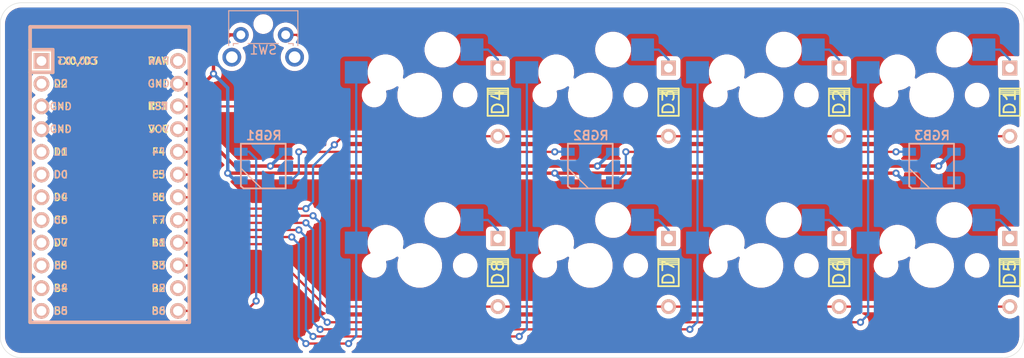
<source format=kicad_pcb>
(kicad_pcb (version 20171130) (host pcbnew "(5.1.12)-1")
  (layers (0 F.Cu signal) (31 B.Cu signal) (34 B.Paste user) (35 F.Paste user) (36 B.SilkS user) (37 F.SilkS user) (38 B.Mask user) (39 F.Mask user) (44 Edge.Cuts user))
  (net 0 "")
  (net 1 "Net-(D1-Pad2)")
  (net 2 ROW0)
  (net 3 "Net-(D2-Pad2)")
  (net 4 "Net-(D3-Pad2)")
  (net 5 "Net-(D4-Pad2)")
  (net 6 "Net-(D5-Pad2)")
  (net 7 ROW1)
  (net 8 "Net-(D6-Pad2)")
  (net 9 "Net-(D7-Pad2)")
  (net 10 "Net-(D8-Pad2)")
  (net 11 COL0)
  (net 12 COL1)
  (net 13 COL2)
  (net 14 COL3)
  (net 15 "Net-(U1-Pad24)")
  (net 16 "Net-(U1-Pad12)")
  (net 17 GND)
  (net 18 VCC)
  (net 19 "Net-(U1-Pad14)")
  (net 20 "Net-(U1-Pad11)")
  (net 21 "Net-(U1-Pad10)")
  (net 22 "Net-(U1-Pad9)")
  (net 23 "Net-(U1-Pad8)")
  (net 24 "Net-(U1-Pad7)")
  (net 25 "Net-(U1-Pad6)")
  (net 26 "Net-(U1-Pad5)")
  (net 27 "Net-(U1-Pad2)")
  (net 28 "Net-(U1-Pad1)")
  (net 29 reset)
  (net 30 "Net-(RGB1-Pad2)")
  (net 31 LED)
  (net 32 "Net-(RGB2-Pad2)")
  (net 33 "Net-(RGB3-Pad2)")
  (module Keebio-Parts:WS2812B (layer B.Cu) (at 123.825 128.5875 180)
    (fp_text reference RGB1 (at -0.06 3.41) (layer B.SilkS) (effects (font (thickness 0.2)) (justify mirror)))
    (fp_text value WS2812B hide)
    (fp_line (start 0.2 -2.5) (end 2.5 -0.25) (layer B.SilkS) (width 0.15))
    (fp_line (start 2.2 -2.5) (end -2.5 -2.5) (layer B.SilkS) (width 0.2))
    (fp_line (start 2.5 -2.25) (end 2.5 2.5) (layer B.SilkS) (width 0.2))
    (fp_line (start 2.2 -2.5) (end 2.5 -2.25) (layer B.SilkS) (width 0.2))
    (fp_line (start -2.5 2.5) (end 2.5 2.5) (layer B.SilkS) (width 0.2))
    (fp_line (start -2.49936 -2.49936) (end -2.49936 2.49936) (layer B.SilkS) (width 0.2))
    (pad 1 smd rect (at -2.49936 1.6002 90) (size 0.89916 1.50114) (layers B.Cu B.Paste B.Mask) (net 18 VCC))
    (pad 2 smd rect (at -2.49936 -1.6002 90) (size 0.89916 1.50114) (layers B.Cu B.Paste B.Mask) (net 30 "Net-(RGB1-Pad2)"))
    (pad 3 smd rect (at 2.49936 -1.6002 90) (size 0.89916 1.50114) (layers B.Cu B.Paste B.Mask) (net 17 GND))
    (pad 4 smd rect (at 2.49936 1.6002 90) (size 0.89916 1.50114) (layers B.Cu B.Paste B.Mask) (net 31 LED))
  )
  (module MX_Only:MXOnly-1U-Hotswap (layer F.Cu) (at 141.2875 120.65)
    (fp_text reference MX4)
    (fp_text value MX-NoLED)
    (pad "" np_thru_hole circle (at 2.54 -5.08) (size 3 3) (drill 3) (layers *.Cu *.Mask))
    (pad "" np_thru_hole circle (at 0 0) (size 3.9878 3.9878) (drill 3.9878) (layers *.Cu *.Mask))
    (pad "" np_thru_hole circle (at -3.81 -2.54) (size 3 3) (drill 3) (layers *.Cu *.Mask))
    (pad "" np_thru_hole circle (at -5.08 0 48.0996) (size 1.75 1.75) (drill 1.75) (layers *.Cu *.Mask))
    (pad "" np_thru_hole circle (at 5.08 0 48.0996) (size 1.75 1.75) (drill 1.75) (layers *.Cu *.Mask))
    (pad 1 smd rect (at -7.085 -2.54) (size 2.55 2.5) (layers B.Cu B.Paste B.Mask) (net 14 COL3))
    (pad 2 smd rect (at 5.842 -5.08) (size 2.55 2.5) (layers B.Cu B.Paste B.Mask) (net 5 "Net-(D4-Pad2)"))
  )
  (module Keebio-Parts:WS2812B (layer B.Cu) (at 198.4375 128.5875 180)
    (fp_text reference RGB3 (at -0.06 3.41) (layer B.SilkS) (effects (font (thickness 0.2)) (justify mirror)))
    (fp_text value WS2812B hide)
    (fp_line (start 0.2 -2.5) (end 2.5 -0.25) (layer B.SilkS) (width 0.15))
    (fp_line (start 2.2 -2.5) (end -2.5 -2.5) (layer B.SilkS) (width 0.2))
    (fp_line (start 2.5 -2.25) (end 2.5 2.5) (layer B.SilkS) (width 0.2))
    (fp_line (start 2.2 -2.5) (end 2.5 -2.25) (layer B.SilkS) (width 0.2))
    (fp_line (start -2.5 2.5) (end 2.5 2.5) (layer B.SilkS) (width 0.2))
    (fp_line (start -2.49936 -2.49936) (end -2.49936 2.49936) (layer B.SilkS) (width 0.2))
    (pad 1 smd rect (at -2.49936 1.6002 90) (size 0.89916 1.50114) (layers B.Cu B.Paste B.Mask) (net 18 VCC))
    (pad 2 smd rect (at -2.49936 -1.6002 90) (size 0.89916 1.50114) (layers B.Cu B.Paste B.Mask) (net 33 "Net-(RGB3-Pad2)"))
    (pad 3 smd rect (at 2.49936 -1.6002 90) (size 0.89916 1.50114) (layers B.Cu B.Paste B.Mask) (net 17 GND))
    (pad 4 smd rect (at 2.49936 1.6002 90) (size 0.89916 1.50114) (layers B.Cu B.Paste B.Mask) (net 32 "Net-(RGB2-Pad2)"))
  )
  (module Keebio-Parts:WS2812B (layer B.Cu) (at 160.3375 128.5875 180)
    (fp_text reference RGB2 (at -0.06 3.41) (layer B.SilkS) (effects (font (thickness 0.2)) (justify mirror)))
    (fp_text value WS2812B hide)
    (fp_line (start 0.2 -2.5) (end 2.5 -0.25) (layer B.SilkS) (width 0.15))
    (fp_line (start 2.2 -2.5) (end -2.5 -2.5) (layer B.SilkS) (width 0.2))
    (fp_line (start 2.5 -2.25) (end 2.5 2.5) (layer B.SilkS) (width 0.2))
    (fp_line (start 2.2 -2.5) (end 2.5 -2.25) (layer B.SilkS) (width 0.2))
    (fp_line (start -2.5 2.5) (end 2.5 2.5) (layer B.SilkS) (width 0.2))
    (fp_line (start -2.49936 -2.49936) (end -2.49936 2.49936) (layer B.SilkS) (width 0.2))
    (pad 1 smd rect (at -2.49936 1.6002 90) (size 0.89916 1.50114) (layers B.Cu B.Paste B.Mask) (net 18 VCC))
    (pad 2 smd rect (at -2.49936 -1.6002 90) (size 0.89916 1.50114) (layers B.Cu B.Paste B.Mask) (net 32 "Net-(RGB2-Pad2)"))
    (pad 3 smd rect (at 2.49936 -1.6002 90) (size 0.89916 1.50114) (layers B.Cu B.Paste B.Mask) (net 17 GND))
    (pad 4 smd rect (at 2.49936 1.6002 90) (size 0.89916 1.50114) (layers B.Cu B.Paste B.Mask) (net 30 "Net-(RGB1-Pad2)"))
  )
  (module Keebio-Parts:SW_Tactile_SPST_Angled_MJTP1117 (layer B.Cu) (at 126.325 113.9225 180)
    (fp_text reference SW1 (at 2.5 -1.68) (layer B.SilkS) (effects (justify mirror)))
    (fp_text value SW_Push)
    (fp_line (start -0.84 -0.97) (end -0.84 -1.2) (layer B.SilkS) (width 0.12))
    (fp_line (start -1.36 2.7) (end 6.36 2.7) (layer B.SilkS) (width 0.12))
    (fp_line (start 6.36 2.7) (end 6.36 -1.2) (layer B.SilkS) (width 0.12))
    (fp_line (start -1.36 2.7) (end -1.36 -1.2) (layer B.SilkS) (width 0.12))
    (fp_line (start 5.84 -0.97) (end 5.84 -1.2) (layer B.SilkS) (width 0.12))
    (fp_line (start 5.3 -0.97) (end 5.84 -0.97) (layer B.SilkS) (width 0.12))
    (fp_line (start -0.84 -0.97) (end -0.3 -0.97) (layer B.SilkS) (width 0.12))
    (fp_line (start 0.8 -0.97) (end 4.2 -0.97) (layer B.SilkS) (width 0.12))
    (pad "" thru_hole circle (at 6.01 -2.49 180) (size 2.1 2.1) (drill 1.3) (layers *.Cu *.Mask))
    (pad 2 thru_hole circle (at 5 0 180) (size 1.75 1.75) (drill 0.99) (layers *.Cu *.Mask) (net 17 GND))
    (pad 1 thru_hole circle (at 0 0 180) (size 1.75 1.75) (drill 0.99) (layers *.Cu *.Mask) (net 29 reset))
    (pad "" thru_hole circle (at -1 -2.49 180) (size 2.1 2.1) (drill 1.3) (layers *.Cu *.Mask))
    (pad "" np_thru_hole circle (at 2.5 1.21 180) (size 1.2 1.2) (drill 1.2) (layers *.Cu *.Mask))
  )
  (module Keebio-Parts:ArduinoProMicro (layer F.Cu) (at 106.68 130.81 270)
    (fp_text reference U1 hide)
    (fp_text value ProMicro hide)
    (fp_text user D2 (at -11.43 5.461) (layer B.SilkS) (effects (font (size 0.8 0.8)) (justify mirror)))
    (fp_text user D0 (at -1.27 5.461) (layer B.SilkS) (effects (font (size 0.8 0.8)) (justify mirror)))
    (fp_text user D1 (at -3.81 5.461) (layer B.SilkS) (effects (font (size 0.8 0.8)) (justify mirror)))
    (fp_text user GND (at -6.35 5.461) (layer B.SilkS) (effects (font (size 0.8 0.8)) (justify mirror)))
    (fp_text user GND (at -8.89 5.461) (layer B.SilkS) (effects (font (size 0.8 0.8)) (justify mirror)))
    (fp_text user D4 (at 1.27 5.461) (layer B.SilkS) (effects (font (size 0.8 0.8)) (justify mirror)))
    (fp_text user C6 (at 3.81 5.461) (layer B.SilkS) (effects (font (size 0.8 0.8)) (justify mirror)))
    (fp_text user D7 (at 6.35 5.461) (layer B.SilkS) (effects (font (size 0.8 0.8)) (justify mirror)))
    (fp_text user E6 (at 8.89 5.461) (layer B.SilkS) (effects (font (size 0.8 0.8)) (justify mirror)))
    (fp_text user B4 (at 11.43 5.461) (layer B.SilkS) (effects (font (size 0.8 0.8)) (justify mirror)))
    (fp_text user B5 (at 13.97 5.461) (layer B.SilkS) (effects (font (size 0.8 0.8)) (justify mirror)))
    (fp_text user B6 (at 13.97 -5.461) (layer B.SilkS) (effects (font (size 0.8 0.8)) (justify mirror)))
    (fp_text user B2 (at 11.43 -5.461) (layer F.SilkS) (effects (font (size 0.8 0.8))))
    (fp_text user B3 (at 8.89 -5.461) (layer B.SilkS) (effects (font (size 0.8 0.8)) (justify mirror)))
    (fp_text user B1 (at 6.35 -5.461) (layer B.SilkS) (effects (font (size 0.8 0.8)) (justify mirror)))
    (fp_text user F7 (at 3.81 -5.461) (layer F.SilkS) (effects (font (size 0.8 0.8))))
    (fp_text user F6 (at 1.27 -5.461) (layer F.SilkS) (effects (font (size 0.8 0.8))))
    (fp_text user F5 (at -1.27 -5.461) (layer F.SilkS) (effects (font (size 0.8 0.8))))
    (fp_text user F4 (at -3.81 -5.461) (layer B.SilkS) (effects (font (size 0.8 0.8)) (justify mirror)))
    (fp_text user VCC (at -6.35 -5.461) (layer B.SilkS) (effects (font (size 0.8 0.8)) (justify mirror)))
    (fp_text user GND (at -11.43 -5.461) (layer B.SilkS) (effects (font (size 0.8 0.8)) (justify mirror)))
    (fp_text user RAW (at -13.97 -5.461) (layer B.SilkS) (effects (font (size 0.8 0.8)) (justify mirror)))
    (fp_text user RAW (at -13.97 -5.461) (layer F.SilkS) (effects (font (size 0.8 0.8))))
    (fp_text user GND (at -11.43 -5.461) (layer F.SilkS) (effects (font (size 0.8 0.8))))
    (fp_text user ST (at -8.92 -5.73312) (layer F.SilkS) (effects (font (size 0.8 0.8))))
    (fp_text user VCC (at -6.35 -5.461) (layer F.SilkS) (effects (font (size 0.8 0.8))))
    (fp_text user F4 (at -3.81 -5.461) (layer F.SilkS) (effects (font (size 0.8 0.8))))
    (fp_text user F5 (at -1.27 -5.461) (layer B.SilkS) (effects (font (size 0.8 0.8)) (justify mirror)))
    (fp_text user F6 (at 1.27 -5.461) (layer B.SilkS) (effects (font (size 0.8 0.8)) (justify mirror)))
    (fp_text user F7 (at 3.81 -5.461) (layer B.SilkS) (effects (font (size 0.8 0.8)) (justify mirror)))
    (fp_text user B1 (at 6.35 -5.461) (layer F.SilkS) (effects (font (size 0.8 0.8))))
    (fp_text user B3 (at 8.89 -5.461) (layer F.SilkS) (effects (font (size 0.8 0.8))))
    (fp_text user B2 (at 11.43 -5.461) (layer B.SilkS) (effects (font (size 0.8 0.8)) (justify mirror)))
    (fp_text user B6 (at 13.97 -5.461) (layer F.SilkS) (effects (font (size 0.8 0.8))))
    (fp_text user B5 (at 13.97 5.461) (layer F.SilkS) (effects (font (size 0.8 0.8))))
    (fp_text user B4 (at 11.43 5.461) (layer F.SilkS) (effects (font (size 0.8 0.8))))
    (fp_text user E6 (at 8.89 5.461) (layer F.SilkS) (effects (font (size 0.8 0.8))))
    (fp_text user D7 (at 6.35 5.461) (layer F.SilkS) (effects (font (size 0.8 0.8))))
    (fp_text user C6 (at 3.81 5.461) (layer F.SilkS) (effects (font (size 0.8 0.8))))
    (fp_text user D4 (at 1.27 5.461) (layer F.SilkS) (effects (font (size 0.8 0.8))))
    (fp_text user GND (at -8.89 5.461) (layer F.SilkS) (effects (font (size 0.8 0.8))))
    (fp_text user GND (at -6.35 5.461) (layer F.SilkS) (effects (font (size 0.8 0.8))))
    (fp_text user D1 (at -3.81 5.461) (layer F.SilkS) (effects (font (size 0.8 0.8))))
    (fp_text user D0 (at -1.27 5.461) (layer F.SilkS) (effects (font (size 0.8 0.8))))
    (fp_text user D2 (at -11.43 5.461) (layer F.SilkS) (effects (font (size 0.8 0.8))))
    (fp_text user TX0/D3 (at -13.97 3.571872) (layer B.SilkS) (effects (font (size 0.8 0.8)) (justify mirror)))
    (fp_text user TX0/D3 (at -13.97 3.571872) (layer F.SilkS) (effects (font (size 0.8 0.8))))
    (fp_text user ST (at -8.91 -5.04) (layer B.SilkS) (effects (font (size 0.8 0.8)) (justify mirror)))
    (fp_line (start -12.7 6.35) (end -12.7 8.89) (layer B.SilkS) (width 0.381))
    (fp_line (start -15.24 6.35) (end -12.7 6.35) (layer B.SilkS) (width 0.381))
    (fp_line (start -15.24 8.89) (end 15.24 8.89) (layer F.SilkS) (width 0.381))
    (fp_line (start 15.24 8.89) (end 15.24 -8.89) (layer F.SilkS) (width 0.381))
    (fp_line (start 15.24 -8.89) (end -15.24 -8.89) (layer F.SilkS) (width 0.381))
    (fp_line (start -15.24 6.35) (end -12.7 6.35) (layer F.SilkS) (width 0.381))
    (fp_line (start -12.7 6.35) (end -12.7 8.89) (layer F.SilkS) (width 0.381))
    (fp_poly (pts (xy -9.36064 -4.931568) (xy -9.06064 -4.931568) (xy -9.06064 -4.831568) (xy -9.36064 -4.831568)) (layer F.SilkS) (width 0.15))
    (fp_poly (pts (xy -8.96064 -4.731568) (xy -8.86064 -4.731568) (xy -8.86064 -4.631568) (xy -8.96064 -4.631568)) (layer F.SilkS) (width 0.15))
    (fp_poly (pts (xy -9.36064 -4.931568) (xy -9.26064 -4.931568) (xy -9.26064 -4.431568) (xy -9.36064 -4.431568)) (layer F.SilkS) (width 0.15))
    (fp_poly (pts (xy -9.36064 -4.531568) (xy -8.56064 -4.531568) (xy -8.56064 -4.431568) (xy -9.36064 -4.431568)) (layer F.SilkS) (width 0.15))
    (fp_poly (pts (xy -8.76064 -4.931568) (xy -8.56064 -4.931568) (xy -8.56064 -4.831568) (xy -8.76064 -4.831568)) (layer F.SilkS) (width 0.15))
    (fp_poly (pts (xy -8.95097 -6.044635) (xy -8.85097 -6.044635) (xy -8.85097 -6.144635) (xy -8.95097 -6.144635)) (layer B.SilkS) (width 0.15))
    (fp_poly (pts (xy -9.35097 -6.244635) (xy -8.55097 -6.244635) (xy -8.55097 -6.344635) (xy -9.35097 -6.344635)) (layer B.SilkS) (width 0.15))
    (fp_poly (pts (xy -8.75097 -5.844635) (xy -8.55097 -5.844635) (xy -8.55097 -5.944635) (xy -8.75097 -5.944635)) (layer B.SilkS) (width 0.15))
    (fp_poly (pts (xy -9.35097 -5.844635) (xy -9.05097 -5.844635) (xy -9.05097 -5.944635) (xy -9.35097 -5.944635)) (layer B.SilkS) (width 0.15))
    (fp_poly (pts (xy -9.35097 -5.844635) (xy -9.25097 -5.844635) (xy -9.25097 -6.344635) (xy -9.35097 -6.344635)) (layer B.SilkS) (width 0.15))
    (fp_line (start 15.24 -8.89) (end -17.78 -8.89) (layer B.SilkS) (width 0.381))
    (fp_line (start 15.24 8.89) (end 15.24 -8.89) (layer B.SilkS) (width 0.381))
    (fp_line (start -17.78 8.89) (end 15.24 8.89) (layer B.SilkS) (width 0.381))
    (fp_line (start -17.78 -8.89) (end -17.78 8.89) (layer B.SilkS) (width 0.381))
    (fp_line (start -15.24 -8.89) (end -17.78 -8.89) (layer F.SilkS) (width 0.381))
    (fp_line (start -17.78 -8.89) (end -17.78 8.89) (layer F.SilkS) (width 0.381))
    (fp_line (start -17.78 8.89) (end -15.24 8.89) (layer F.SilkS) (width 0.381))
    (fp_line (start -15.24 6.35) (end -15.24 8.89) (layer B.SilkS) (width 0.381))
    (fp_line (start -15.24 6.35) (end -15.24 8.89) (layer F.SilkS) (width 0.381))
    (pad 1 thru_hole rect (at -13.97 7.62 270) (size 1.7526 1.7526) (drill 1.0922) (layers *.Cu *.SilkS *.Mask) (net 28 "Net-(U1-Pad1)"))
    (pad 2 thru_hole circle (at -11.43 7.62 270) (size 1.7526 1.7526) (drill 1.0922) (layers *.Cu *.SilkS *.Mask) (net 27 "Net-(U1-Pad2)"))
    (pad 3 thru_hole circle (at -8.89 7.62 270) (size 1.7526 1.7526) (drill 1.0922) (layers *.Cu *.SilkS *.Mask) (net 17 GND))
    (pad 4 thru_hole circle (at -6.35 7.62 270) (size 1.7526 1.7526) (drill 1.0922) (layers *.Cu *.SilkS *.Mask) (net 17 GND))
    (pad 5 thru_hole circle (at -3.81 7.62 270) (size 1.7526 1.7526) (drill 1.0922) (layers *.Cu *.SilkS *.Mask) (net 26 "Net-(U1-Pad5)"))
    (pad 6 thru_hole circle (at -1.27 7.62 270) (size 1.7526 1.7526) (drill 1.0922) (layers *.Cu *.SilkS *.Mask) (net 25 "Net-(U1-Pad6)"))
    (pad 7 thru_hole circle (at 1.27 7.62 270) (size 1.7526 1.7526) (drill 1.0922) (layers *.Cu *.SilkS *.Mask) (net 24 "Net-(U1-Pad7)"))
    (pad 8 thru_hole circle (at 3.81 7.62 270) (size 1.7526 1.7526) (drill 1.0922) (layers *.Cu *.SilkS *.Mask) (net 23 "Net-(U1-Pad8)"))
    (pad 9 thru_hole circle (at 6.35 7.62 270) (size 1.7526 1.7526) (drill 1.0922) (layers *.Cu *.SilkS *.Mask) (net 22 "Net-(U1-Pad9)"))
    (pad 10 thru_hole circle (at 8.89 7.62 270) (size 1.7526 1.7526) (drill 1.0922) (layers *.Cu *.SilkS *.Mask) (net 21 "Net-(U1-Pad10)"))
    (pad 11 thru_hole circle (at 11.43 7.62 270) (size 1.7526 1.7526) (drill 1.0922) (layers *.Cu *.SilkS *.Mask) (net 20 "Net-(U1-Pad11)"))
    (pad 13 thru_hole circle (at 13.97 -7.62 270) (size 1.7526 1.7526) (drill 1.0922) (layers *.Cu *.SilkS *.Mask) (net 31 LED))
    (pad 14 thru_hole circle (at 11.43 -7.62 270) (size 1.7526 1.7526) (drill 1.0922) (layers *.Cu *.SilkS *.Mask) (net 19 "Net-(U1-Pad14)"))
    (pad 15 thru_hole circle (at 8.89 -7.62 270) (size 1.7526 1.7526) (drill 1.0922) (layers *.Cu *.SilkS *.Mask) (net 7 ROW1))
    (pad 16 thru_hole circle (at 6.35 -7.62 270) (size 1.7526 1.7526) (drill 1.0922) (layers *.Cu *.SilkS *.Mask) (net 14 COL3))
    (pad 17 thru_hole circle (at 3.81 -7.62 270) (size 1.7526 1.7526) (drill 1.0922) (layers *.Cu *.SilkS *.Mask) (net 13 COL2))
    (pad 18 thru_hole circle (at 1.27 -7.62 270) (size 1.7526 1.7526) (drill 1.0922) (layers *.Cu *.SilkS *.Mask) (net 12 COL1))
    (pad 19 thru_hole circle (at -1.27 -7.62 270) (size 1.7526 1.7526) (drill 1.0922) (layers *.Cu *.SilkS *.Mask) (net 11 COL0))
    (pad 20 thru_hole circle (at -3.81 -7.62 270) (size 1.7526 1.7526) (drill 1.0922) (layers *.Cu *.SilkS *.Mask) (net 2 ROW0))
    (pad 21 thru_hole circle (at -6.35 -7.62 270) (size 1.7526 1.7526) (drill 1.0922) (layers *.Cu *.SilkS *.Mask) (net 18 VCC))
    (pad 22 thru_hole circle (at -8.89 -7.62 270) (size 1.7526 1.7526) (drill 1.0922) (layers *.Cu *.SilkS *.Mask) (net 29 reset))
    (pad 23 thru_hole circle (at -11.43 -7.62 270) (size 1.7526 1.7526) (drill 1.0922) (layers *.Cu *.SilkS *.Mask) (net 17 GND))
    (pad 12 thru_hole circle (at 13.97 7.62 270) (size 1.7526 1.7526) (drill 1.0922) (layers *.Cu *.SilkS *.Mask) (net 16 "Net-(U1-Pad12)"))
    (pad 24 thru_hole circle (at -13.97 -7.62 270) (size 1.7526 1.7526) (drill 1.0922) (layers *.Cu *.SilkS *.Mask) (net 15 "Net-(U1-Pad24)"))
  )
  (module MX_Only:MXOnly-1U-Hotswap (layer F.Cu) (at 141.2875 139.7)
    (fp_text reference MX8)
    (fp_text value MX-NoLED)
    (pad "" np_thru_hole circle (at 2.54 -5.08) (size 3 3) (drill 3) (layers *.Cu *.Mask))
    (pad "" np_thru_hole circle (at 0 0) (size 3.9878 3.9878) (drill 3.9878) (layers *.Cu *.Mask))
    (pad "" np_thru_hole circle (at -3.81 -2.54) (size 3 3) (drill 3) (layers *.Cu *.Mask))
    (pad "" np_thru_hole circle (at -5.08 0 48.0996) (size 1.75 1.75) (drill 1.75) (layers *.Cu *.Mask))
    (pad "" np_thru_hole circle (at 5.08 0 48.0996) (size 1.75 1.75) (drill 1.75) (layers *.Cu *.Mask))
    (pad 1 smd rect (at -7.085 -2.54) (size 2.55 2.5) (layers B.Cu B.Paste B.Mask) (net 14 COL3))
    (pad 2 smd rect (at 5.842 -5.08) (size 2.55 2.5) (layers B.Cu B.Paste B.Mask) (net 10 "Net-(D8-Pad2)"))
  )
  (module MX_Only:MXOnly-1U-Hotswap (layer F.Cu) (at 160.3375 139.7)
    (fp_text reference MX7)
    (fp_text value MX-NoLED)
    (pad "" np_thru_hole circle (at 2.54 -5.08) (size 3 3) (drill 3) (layers *.Cu *.Mask))
    (pad "" np_thru_hole circle (at 0 0) (size 3.9878 3.9878) (drill 3.9878) (layers *.Cu *.Mask))
    (pad "" np_thru_hole circle (at -3.81 -2.54) (size 3 3) (drill 3) (layers *.Cu *.Mask))
    (pad "" np_thru_hole circle (at -5.08 0 48.0996) (size 1.75 1.75) (drill 1.75) (layers *.Cu *.Mask))
    (pad "" np_thru_hole circle (at 5.08 0 48.0996) (size 1.75 1.75) (drill 1.75) (layers *.Cu *.Mask))
    (pad 1 smd rect (at -7.085 -2.54) (size 2.55 2.5) (layers B.Cu B.Paste B.Mask) (net 13 COL2))
    (pad 2 smd rect (at 5.842 -5.08) (size 2.55 2.5) (layers B.Cu B.Paste B.Mask) (net 9 "Net-(D7-Pad2)"))
  )
  (module MX_Only:MXOnly-1U-Hotswap (layer F.Cu) (at 179.3875 139.7)
    (fp_text reference MX6)
    (fp_text value MX-NoLED)
    (pad "" np_thru_hole circle (at 2.54 -5.08) (size 3 3) (drill 3) (layers *.Cu *.Mask))
    (pad "" np_thru_hole circle (at 0 0) (size 3.9878 3.9878) (drill 3.9878) (layers *.Cu *.Mask))
    (pad "" np_thru_hole circle (at -3.81 -2.54) (size 3 3) (drill 3) (layers *.Cu *.Mask))
    (pad "" np_thru_hole circle (at -5.08 0 48.0996) (size 1.75 1.75) (drill 1.75) (layers *.Cu *.Mask))
    (pad "" np_thru_hole circle (at 5.08 0 48.0996) (size 1.75 1.75) (drill 1.75) (layers *.Cu *.Mask))
    (pad 1 smd rect (at -7.085 -2.54) (size 2.55 2.5) (layers B.Cu B.Paste B.Mask) (net 12 COL1))
    (pad 2 smd rect (at 5.842 -5.08) (size 2.55 2.5) (layers B.Cu B.Paste B.Mask) (net 8 "Net-(D6-Pad2)"))
  )
  (module MX_Only:MXOnly-1U-Hotswap (layer F.Cu) (at 198.4375 139.7)
    (fp_text reference MX5)
    (fp_text value MX-NoLED)
    (pad "" np_thru_hole circle (at 2.54 -5.08) (size 3 3) (drill 3) (layers *.Cu *.Mask))
    (pad "" np_thru_hole circle (at 0 0) (size 3.9878 3.9878) (drill 3.9878) (layers *.Cu *.Mask))
    (pad "" np_thru_hole circle (at -3.81 -2.54) (size 3 3) (drill 3) (layers *.Cu *.Mask))
    (pad "" np_thru_hole circle (at -5.08 0 48.0996) (size 1.75 1.75) (drill 1.75) (layers *.Cu *.Mask))
    (pad "" np_thru_hole circle (at 5.08 0 48.0996) (size 1.75 1.75) (drill 1.75) (layers *.Cu *.Mask))
    (pad 1 smd rect (at -7.085 -2.54) (size 2.55 2.5) (layers B.Cu B.Paste B.Mask) (net 11 COL0))
    (pad 2 smd rect (at 5.842 -5.08) (size 2.55 2.5) (layers B.Cu B.Paste B.Mask) (net 6 "Net-(D5-Pad2)"))
  )
  (module MX_Only:MXOnly-1U-Hotswap (layer F.Cu) (at 160.3375 120.65)
    (fp_text reference MX3)
    (fp_text value MX-NoLED)
    (pad "" np_thru_hole circle (at 2.54 -5.08) (size 3 3) (drill 3) (layers *.Cu *.Mask))
    (pad "" np_thru_hole circle (at 0 0) (size 3.9878 3.9878) (drill 3.9878) (layers *.Cu *.Mask))
    (pad "" np_thru_hole circle (at -3.81 -2.54) (size 3 3) (drill 3) (layers *.Cu *.Mask))
    (pad "" np_thru_hole circle (at -5.08 0 48.0996) (size 1.75 1.75) (drill 1.75) (layers *.Cu *.Mask))
    (pad "" np_thru_hole circle (at 5.08 0 48.0996) (size 1.75 1.75) (drill 1.75) (layers *.Cu *.Mask))
    (pad 1 smd rect (at -7.085 -2.54) (size 2.55 2.5) (layers B.Cu B.Paste B.Mask) (net 13 COL2))
    (pad 2 smd rect (at 5.842 -5.08) (size 2.55 2.5) (layers B.Cu B.Paste B.Mask) (net 4 "Net-(D3-Pad2)"))
  )
  (module MX_Only:MXOnly-1U-Hotswap (layer F.Cu) (at 179.3875 120.65)
    (fp_text reference MX2)
    (fp_text value MX-NoLED)
    (pad "" np_thru_hole circle (at 2.54 -5.08) (size 3 3) (drill 3) (layers *.Cu *.Mask))
    (pad "" np_thru_hole circle (at 0 0) (size 3.9878 3.9878) (drill 3.9878) (layers *.Cu *.Mask))
    (pad "" np_thru_hole circle (at -3.81 -2.54) (size 3 3) (drill 3) (layers *.Cu *.Mask))
    (pad "" np_thru_hole circle (at -5.08 0 48.0996) (size 1.75 1.75) (drill 1.75) (layers *.Cu *.Mask))
    (pad "" np_thru_hole circle (at 5.08 0 48.0996) (size 1.75 1.75) (drill 1.75) (layers *.Cu *.Mask))
    (pad 1 smd rect (at -7.085 -2.54) (size 2.55 2.5) (layers B.Cu B.Paste B.Mask) (net 12 COL1))
    (pad 2 smd rect (at 5.842 -5.08) (size 2.55 2.5) (layers B.Cu B.Paste B.Mask) (net 3 "Net-(D2-Pad2)"))
  )
  (module MX_Only:MXOnly-1U-Hotswap (layer F.Cu) (at 198.4375 120.65)
    (fp_text reference MX1)
    (fp_text value MX-NoLED)
    (pad "" np_thru_hole circle (at 2.54 -5.08) (size 3 3) (drill 3) (layers *.Cu *.Mask))
    (pad "" np_thru_hole circle (at 0 0) (size 3.9878 3.9878) (drill 3.9878) (layers *.Cu *.Mask))
    (pad "" np_thru_hole circle (at -3.81 -2.54) (size 3 3) (drill 3) (layers *.Cu *.Mask))
    (pad "" np_thru_hole circle (at -5.08 0 48.0996) (size 1.75 1.75) (drill 1.75) (layers *.Cu *.Mask))
    (pad "" np_thru_hole circle (at 5.08 0 48.0996) (size 1.75 1.75) (drill 1.75) (layers *.Cu *.Mask))
    (pad 1 smd rect (at -7.085 -2.54) (size 2.55 2.5) (layers B.Cu B.Paste B.Mask) (net 11 COL0))
    (pad 2 smd rect (at 5.842 -5.08) (size 2.55 2.5) (layers B.Cu B.Paste B.Mask) (net 1 "Net-(D1-Pad2)"))
  )
  (module Keebio-Parts:Diode (layer F.Cu) (at 150.01875 140.49375 90)
    (fp_text reference D8 (at 0 0 90) (layer F.SilkS) (effects (font (size 1.27 1.524) (thickness 0.2032))))
    (fp_text value D_Small hide)
    (fp_line (start -1.524 1.143) (end -1.524 -1.143) (layer F.SilkS) (width 0.2032))
    (fp_line (start 1.524 1.143) (end -1.524 1.143) (layer F.SilkS) (width 0.2032))
    (fp_line (start 1.524 -1.143) (end 1.524 1.143) (layer F.SilkS) (width 0.2032))
    (fp_line (start -1.524 -1.143) (end 1.524 -1.143) (layer F.SilkS) (width 0.2032))
    (fp_line (start 1.3 1.1) (end 1.3 -1) (layer F.SilkS) (width 0.15))
    (fp_line (start 1.3 -1.1) (end 1.3 -1) (layer F.SilkS) (width 0.15))
    (fp_line (start 1.3 -1) (end 1.3 -1.1) (layer F.SilkS) (width 0.15))
    (fp_line (start 1.1 -1.1) (end 1.1 1.1) (layer F.SilkS) (width 0.15))
    (fp_line (start 0.9 1.1) (end 0.9 -1.1) (layer F.SilkS) (width 0.15))
    (pad 2 thru_hole rect (at 3.81 0 90) (size 1.651 1.651) (drill 0.9906) (layers *.Cu *.SilkS *.Mask) (net 10 "Net-(D8-Pad2)"))
    (pad 1 thru_hole circle (at -3.81 0 90) (size 1.651 1.651) (drill 0.9906) (layers *.Cu *.SilkS *.Mask) (net 7 ROW1))
  )
  (module Keebio-Parts:Diode (layer F.Cu) (at 169.06875 140.49375 90)
    (fp_text reference D7 (at 0 0 90) (layer F.SilkS) (effects (font (size 1.27 1.524) (thickness 0.2032))))
    (fp_text value D_Small hide)
    (fp_line (start -1.524 1.143) (end -1.524 -1.143) (layer F.SilkS) (width 0.2032))
    (fp_line (start 1.524 1.143) (end -1.524 1.143) (layer F.SilkS) (width 0.2032))
    (fp_line (start 1.524 -1.143) (end 1.524 1.143) (layer F.SilkS) (width 0.2032))
    (fp_line (start -1.524 -1.143) (end 1.524 -1.143) (layer F.SilkS) (width 0.2032))
    (fp_line (start 1.3 1.1) (end 1.3 -1) (layer F.SilkS) (width 0.15))
    (fp_line (start 1.3 -1.1) (end 1.3 -1) (layer F.SilkS) (width 0.15))
    (fp_line (start 1.3 -1) (end 1.3 -1.1) (layer F.SilkS) (width 0.15))
    (fp_line (start 1.1 -1.1) (end 1.1 1.1) (layer F.SilkS) (width 0.15))
    (fp_line (start 0.9 1.1) (end 0.9 -1.1) (layer F.SilkS) (width 0.15))
    (pad 2 thru_hole rect (at 3.81 0 90) (size 1.651 1.651) (drill 0.9906) (layers *.Cu *.SilkS *.Mask) (net 9 "Net-(D7-Pad2)"))
    (pad 1 thru_hole circle (at -3.81 0 90) (size 1.651 1.651) (drill 0.9906) (layers *.Cu *.SilkS *.Mask) (net 7 ROW1))
  )
  (module Keebio-Parts:Diode (layer F.Cu) (at 188.11875 140.49375 90)
    (fp_text reference D6 (at 0 0 90) (layer F.SilkS) (effects (font (size 1.27 1.524) (thickness 0.2032))))
    (fp_text value D_Small hide)
    (fp_line (start -1.524 1.143) (end -1.524 -1.143) (layer F.SilkS) (width 0.2032))
    (fp_line (start 1.524 1.143) (end -1.524 1.143) (layer F.SilkS) (width 0.2032))
    (fp_line (start 1.524 -1.143) (end 1.524 1.143) (layer F.SilkS) (width 0.2032))
    (fp_line (start -1.524 -1.143) (end 1.524 -1.143) (layer F.SilkS) (width 0.2032))
    (fp_line (start 1.3 1.1) (end 1.3 -1) (layer F.SilkS) (width 0.15))
    (fp_line (start 1.3 -1.1) (end 1.3 -1) (layer F.SilkS) (width 0.15))
    (fp_line (start 1.3 -1) (end 1.3 -1.1) (layer F.SilkS) (width 0.15))
    (fp_line (start 1.1 -1.1) (end 1.1 1.1) (layer F.SilkS) (width 0.15))
    (fp_line (start 0.9 1.1) (end 0.9 -1.1) (layer F.SilkS) (width 0.15))
    (pad 2 thru_hole rect (at 3.81 0 90) (size 1.651 1.651) (drill 0.9906) (layers *.Cu *.SilkS *.Mask) (net 8 "Net-(D6-Pad2)"))
    (pad 1 thru_hole circle (at -3.81 0 90) (size 1.651 1.651) (drill 0.9906) (layers *.Cu *.SilkS *.Mask) (net 7 ROW1))
  )
  (module Keebio-Parts:Diode (layer F.Cu) (at 207.16875 140.49375 90)
    (fp_text reference D5 (at 0 0 90) (layer F.SilkS) (effects (font (size 1.27 1.524) (thickness 0.2032))))
    (fp_text value D_Small hide)
    (fp_line (start -1.524 1.143) (end -1.524 -1.143) (layer F.SilkS) (width 0.2032))
    (fp_line (start 1.524 1.143) (end -1.524 1.143) (layer F.SilkS) (width 0.2032))
    (fp_line (start 1.524 -1.143) (end 1.524 1.143) (layer F.SilkS) (width 0.2032))
    (fp_line (start -1.524 -1.143) (end 1.524 -1.143) (layer F.SilkS) (width 0.2032))
    (fp_line (start 1.3 1.1) (end 1.3 -1) (layer F.SilkS) (width 0.15))
    (fp_line (start 1.3 -1.1) (end 1.3 -1) (layer F.SilkS) (width 0.15))
    (fp_line (start 1.3 -1) (end 1.3 -1.1) (layer F.SilkS) (width 0.15))
    (fp_line (start 1.1 -1.1) (end 1.1 1.1) (layer F.SilkS) (width 0.15))
    (fp_line (start 0.9 1.1) (end 0.9 -1.1) (layer F.SilkS) (width 0.15))
    (pad 2 thru_hole rect (at 3.81 0 90) (size 1.651 1.651) (drill 0.9906) (layers *.Cu *.SilkS *.Mask) (net 6 "Net-(D5-Pad2)"))
    (pad 1 thru_hole circle (at -3.81 0 90) (size 1.651 1.651) (drill 0.9906) (layers *.Cu *.SilkS *.Mask) (net 7 ROW1))
  )
  (module Keebio-Parts:Diode (layer F.Cu) (at 150.01875 121.44375 90)
    (fp_text reference D4 (at 0 0 90) (layer F.SilkS) (effects (font (size 1.27 1.524) (thickness 0.2032))))
    (fp_text value D_Small hide)
    (fp_line (start -1.524 1.143) (end -1.524 -1.143) (layer F.SilkS) (width 0.2032))
    (fp_line (start 1.524 1.143) (end -1.524 1.143) (layer F.SilkS) (width 0.2032))
    (fp_line (start 1.524 -1.143) (end 1.524 1.143) (layer F.SilkS) (width 0.2032))
    (fp_line (start -1.524 -1.143) (end 1.524 -1.143) (layer F.SilkS) (width 0.2032))
    (fp_line (start 1.3 1.1) (end 1.3 -1) (layer F.SilkS) (width 0.15))
    (fp_line (start 1.3 -1.1) (end 1.3 -1) (layer F.SilkS) (width 0.15))
    (fp_line (start 1.3 -1) (end 1.3 -1.1) (layer F.SilkS) (width 0.15))
    (fp_line (start 1.1 -1.1) (end 1.1 1.1) (layer F.SilkS) (width 0.15))
    (fp_line (start 0.9 1.1) (end 0.9 -1.1) (layer F.SilkS) (width 0.15))
    (pad 2 thru_hole rect (at 3.81 0 90) (size 1.651 1.651) (drill 0.9906) (layers *.Cu *.SilkS *.Mask) (net 5 "Net-(D4-Pad2)"))
    (pad 1 thru_hole circle (at -3.81 0 90) (size 1.651 1.651) (drill 0.9906) (layers *.Cu *.SilkS *.Mask) (net 2 ROW0))
  )
  (module Keebio-Parts:Diode (layer F.Cu) (at 169.06875 121.44375 90)
    (fp_text reference D3 (at 0 0 90) (layer F.SilkS) (effects (font (size 1.27 1.524) (thickness 0.2032))))
    (fp_text value D_Small hide)
    (fp_line (start -1.524 1.143) (end -1.524 -1.143) (layer F.SilkS) (width 0.2032))
    (fp_line (start 1.524 1.143) (end -1.524 1.143) (layer F.SilkS) (width 0.2032))
    (fp_line (start 1.524 -1.143) (end 1.524 1.143) (layer F.SilkS) (width 0.2032))
    (fp_line (start -1.524 -1.143) (end 1.524 -1.143) (layer F.SilkS) (width 0.2032))
    (fp_line (start 1.3 1.1) (end 1.3 -1) (layer F.SilkS) (width 0.15))
    (fp_line (start 1.3 -1.1) (end 1.3 -1) (layer F.SilkS) (width 0.15))
    (fp_line (start 1.3 -1) (end 1.3 -1.1) (layer F.SilkS) (width 0.15))
    (fp_line (start 1.1 -1.1) (end 1.1 1.1) (layer F.SilkS) (width 0.15))
    (fp_line (start 0.9 1.1) (end 0.9 -1.1) (layer F.SilkS) (width 0.15))
    (pad 2 thru_hole rect (at 3.81 0 90) (size 1.651 1.651) (drill 0.9906) (layers *.Cu *.SilkS *.Mask) (net 4 "Net-(D3-Pad2)"))
    (pad 1 thru_hole circle (at -3.81 0 90) (size 1.651 1.651) (drill 0.9906) (layers *.Cu *.SilkS *.Mask) (net 2 ROW0))
  )
  (module Keebio-Parts:Diode (layer F.Cu) (at 188.11875 121.44375 90)
    (fp_text reference D2 (at 0 0 90) (layer F.SilkS) (effects (font (size 1.27 1.524) (thickness 0.2032))))
    (fp_text value D_Small hide)
    (fp_line (start -1.524 1.143) (end -1.524 -1.143) (layer F.SilkS) (width 0.2032))
    (fp_line (start 1.524 1.143) (end -1.524 1.143) (layer F.SilkS) (width 0.2032))
    (fp_line (start 1.524 -1.143) (end 1.524 1.143) (layer F.SilkS) (width 0.2032))
    (fp_line (start -1.524 -1.143) (end 1.524 -1.143) (layer F.SilkS) (width 0.2032))
    (fp_line (start 1.3 1.1) (end 1.3 -1) (layer F.SilkS) (width 0.15))
    (fp_line (start 1.3 -1.1) (end 1.3 -1) (layer F.SilkS) (width 0.15))
    (fp_line (start 1.3 -1) (end 1.3 -1.1) (layer F.SilkS) (width 0.15))
    (fp_line (start 1.1 -1.1) (end 1.1 1.1) (layer F.SilkS) (width 0.15))
    (fp_line (start 0.9 1.1) (end 0.9 -1.1) (layer F.SilkS) (width 0.15))
    (pad 2 thru_hole rect (at 3.81 0 90) (size 1.651 1.651) (drill 0.9906) (layers *.Cu *.SilkS *.Mask) (net 3 "Net-(D2-Pad2)"))
    (pad 1 thru_hole circle (at -3.81 0 90) (size 1.651 1.651) (drill 0.9906) (layers *.Cu *.SilkS *.Mask) (net 2 ROW0))
  )
  (module Keebio-Parts:Diode (layer F.Cu) (at 207.16875 121.44375 90)
    (fp_text reference D1 (at 0 0 90) (layer F.SilkS) (effects (font (size 1.27 1.524) (thickness 0.2032))))
    (fp_text value D_Small hide)
    (fp_line (start -1.524 1.143) (end -1.524 -1.143) (layer F.SilkS) (width 0.2032))
    (fp_line (start 1.524 1.143) (end -1.524 1.143) (layer F.SilkS) (width 0.2032))
    (fp_line (start 1.524 -1.143) (end 1.524 1.143) (layer F.SilkS) (width 0.2032))
    (fp_line (start -1.524 -1.143) (end 1.524 -1.143) (layer F.SilkS) (width 0.2032))
    (fp_line (start 1.3 1.1) (end 1.3 -1) (layer F.SilkS) (width 0.15))
    (fp_line (start 1.3 -1.1) (end 1.3 -1) (layer F.SilkS) (width 0.15))
    (fp_line (start 1.3 -1) (end 1.3 -1.1) (layer F.SilkS) (width 0.15))
    (fp_line (start 1.1 -1.1) (end 1.1 1.1) (layer F.SilkS) (width 0.15))
    (fp_line (start 0.9 1.1) (end 0.9 -1.1) (layer F.SilkS) (width 0.15))
    (pad 2 thru_hole rect (at 3.81 0 90) (size 1.651 1.651) (drill 0.9906) (layers *.Cu *.SilkS *.Mask) (net 1 "Net-(D1-Pad2)"))
    (pad 1 thru_hole circle (at -3.81 0 90) (size 1.651 1.651) (drill 0.9906) (layers *.Cu *.SilkS *.Mask) (net 2 ROW0))
  )
  (gr_line (start 94.45625 112.7125) (end 94.45625 147.6375) (layer Edge.Cuts) (width 0.05))
  (gr_line (start 206.375 110.33125) (end 96.8375 110.33125) (layer Edge.Cuts) (width 0.05))
  (gr_line (start 208.75625 147.6375) (end 208.75625 112.7125) (layer Edge.Cuts) (width 0.05))
  (gr_line (start 96.8375 150.01875) (end 206.375 150.01875) (layer Edge.Cuts) (width 0.05))
  (gr_arc (start 96.8375 147.6375) (end 94.45625 147.6375) (angle -90) (layer Edge.Cuts) (width 0.05))
  (gr_arc (start 96.8375 112.7125) (end 96.8375 110.33125) (angle -90) (layer Edge.Cuts) (width 0.05))
  (gr_arc (start 206.375 147.6375) (end 206.375 150.01875) (angle -90) (layer Edge.Cuts) (width 0.05))
  (gr_arc (start 206.375 112.7125) (end 208.75625 112.7125) (angle -90) (layer Edge.Cuts) (width 0.05))
  (segment (start 207.16875 117.63375) (end 207.16875 116.68125) (width 0.25) (layer B.Cu) (net 1))
  (segment (start 206.0575 115.57) (end 204.2795 115.57) (width 0.25) (layer B.Cu) (net 1))
  (segment (start 207.16875 116.68125) (end 206.0575 115.57) (width 0.25) (layer B.Cu) (net 1))
  (segment (start 150.01875 125.25375) (end 207.16875 125.25375) (width 0.254) (layer F.Cu) (net 2))
  (via (at 131.7625 126.20625) (size 0.8) (drill 0.4) (layers F.Cu B.Cu) (net 2))
  (segment (start 132.715 125.25375) (end 131.7625 126.20625) (width 0.254) (layer F.Cu) (net 2))
  (segment (start 150.01875 125.25375) (end 132.715 125.25375) (width 0.254) (layer F.Cu) (net 2))
  (segment (start 131.7625 126.20625) (end 129.38125 128.5875) (width 0.254) (layer B.Cu) (net 2))
  (segment (start 129.38125 132.55625) (end 128.5875 133.35) (width 0.254) (layer B.Cu) (net 2))
  (via (at 128.5875 133.35) (size 0.8) (drill 0.4) (layers F.Cu B.Cu) (net 2))
  (segment (start 129.38125 128.5875) (end 129.38125 132.55625) (width 0.254) (layer B.Cu) (net 2))
  (segment (start 114.3 127) (end 115.8875 127) (width 0.254) (layer F.Cu) (net 2))
  (segment (start 115.8875 127) (end 122.2375 133.35) (width 0.254) (layer F.Cu) (net 2))
  (segment (start 122.2375 133.35) (end 128.5875 133.35) (width 0.254) (layer F.Cu) (net 2))
  (segment (start 188.11875 117.63375) (end 188.11875 116.68125) (width 0.25) (layer B.Cu) (net 3))
  (segment (start 187.0075 115.57) (end 185.2295 115.57) (width 0.25) (layer B.Cu) (net 3))
  (segment (start 188.11875 116.68125) (end 187.0075 115.57) (width 0.25) (layer B.Cu) (net 3))
  (segment (start 169.06875 117.63375) (end 169.06875 116.68125) (width 0.25) (layer B.Cu) (net 4))
  (segment (start 167.9575 115.57) (end 166.1795 115.57) (width 0.25) (layer B.Cu) (net 4))
  (segment (start 169.06875 116.68125) (end 167.9575 115.57) (width 0.25) (layer B.Cu) (net 4))
  (segment (start 150.01875 117.63375) (end 150.01875 116.68125) (width 0.25) (layer B.Cu) (net 5))
  (segment (start 148.9075 115.57) (end 147.1295 115.57) (width 0.25) (layer B.Cu) (net 5))
  (segment (start 150.01875 116.68125) (end 148.9075 115.57) (width 0.25) (layer B.Cu) (net 5))
  (segment (start 207.16875 136.68375) (end 207.16875 135.73125) (width 0.25) (layer B.Cu) (net 6))
  (segment (start 206.0575 134.62) (end 204.2795 134.62) (width 0.25) (layer B.Cu) (net 6))
  (segment (start 207.16875 135.73125) (end 206.0575 134.62) (width 0.25) (layer B.Cu) (net 6))
  (segment (start 207.16875 144.30375) (end 150.01875 144.30375) (width 0.254) (layer F.Cu) (net 7))
  (segment (start 150.01875 144.30375) (end 130.81 144.30375) (width 0.254) (layer F.Cu) (net 7))
  (segment (start 130.81 144.30375) (end 123.825 137.31875) (width 0.254) (layer F.Cu) (net 7))
  (segment (start 114.3 139.7) (end 116.68125 139.7) (width 0.254) (layer F.Cu) (net 7))
  (segment (start 116.68125 139.7) (end 119.0625 137.31875) (width 0.254) (layer F.Cu) (net 7))
  (segment (start 119.0625 137.31875) (end 121.44375 137.31875) (width 0.254) (layer F.Cu) (net 7))
  (segment (start 121.44375 137.31875) (end 120.65 137.31875) (width 0.254) (layer F.Cu) (net 7))
  (segment (start 123.825 137.31875) (end 121.44375 137.31875) (width 0.254) (layer F.Cu) (net 7))
  (segment (start 188.11875 136.68375) (end 188.11875 135.73125) (width 0.25) (layer B.Cu) (net 8))
  (segment (start 187.0075 134.62) (end 185.2295 134.62) (width 0.25) (layer B.Cu) (net 8))
  (segment (start 188.11875 135.73125) (end 187.0075 134.62) (width 0.25) (layer B.Cu) (net 8))
  (segment (start 169.06875 136.68375) (end 169.06875 135.73125) (width 0.25) (layer B.Cu) (net 9))
  (segment (start 167.9575 134.62) (end 166.1795 134.62) (width 0.25) (layer B.Cu) (net 9))
  (segment (start 169.06875 135.73125) (end 167.9575 134.62) (width 0.25) (layer B.Cu) (net 9))
  (segment (start 150.01875 136.68375) (end 150.01875 135.73125) (width 0.25) (layer B.Cu) (net 10))
  (segment (start 148.9075 134.62) (end 147.1295 134.62) (width 0.25) (layer B.Cu) (net 10))
  (segment (start 150.01875 135.73125) (end 148.9075 134.62) (width 0.25) (layer B.Cu) (net 10))
  (segment (start 191.3525 118.11) (end 191.3525 137.16) (width 0.254) (layer B.Cu) (net 11))
  (via (at 190.5 146.05) (size 0.8) (drill 0.4) (layers F.Cu B.Cu) (net 11))
  (segment (start 191.3525 145.1975) (end 190.5 146.05) (width 0.254) (layer B.Cu) (net 11))
  (segment (start 191.3525 137.16) (end 191.3525 145.1975) (width 0.254) (layer B.Cu) (net 11))
  (segment (start 190.5 146.05) (end 171.167788 146.05) (width 0.254) (layer F.Cu) (net 11))
  (segment (start 171.167788 146.05) (end 130.96875 146.05) (width 0.254) (layer F.Cu) (net 11))
  (via (at 130.96875 146.05) (size 0.8) (drill 0.4) (layers F.Cu B.Cu) (net 11))
  (segment (start 130.96875 146.05) (end 130.175 145.25625) (width 0.254) (layer B.Cu) (net 11))
  (segment (start 130.175 145.25625) (end 130.175 134.9375) (width 0.254) (layer B.Cu) (net 11))
  (segment (start 130.175 134.9375) (end 129.38125 134.14375) (width 0.254) (layer B.Cu) (net 11))
  (via (at 129.38125 134.14375) (size 0.8) (drill 0.4) (layers F.Cu B.Cu) (net 11))
  (segment (start 122.2375 134.14375) (end 129.38125 134.14375) (width 0.254) (layer F.Cu) (net 11))
  (segment (start 117.63375 129.54) (end 122.2375 134.14375) (width 0.254) (layer F.Cu) (net 11))
  (segment (start 114.3 129.54) (end 117.63375 129.54) (width 0.254) (layer F.Cu) (net 11))
  (segment (start 172.3025 137.16) (end 172.3025 118.11) (width 0.254) (layer B.Cu) (net 12))
  (segment (start 172.3025 137.16) (end 172.3025 145.99125) (width 0.254) (layer B.Cu) (net 12))
  (segment (start 172.3025 145.99125) (end 171.45 146.84375) (width 0.254) (layer B.Cu) (net 12))
  (via (at 171.45 146.84375) (size 0.8) (drill 0.4) (layers F.Cu B.Cu) (net 12))
  (segment (start 171.45 146.84375) (end 130.96875 146.84375) (width 0.254) (layer F.Cu) (net 12))
  (segment (start 130.96875 146.84375) (end 130.175 146.84375) (width 0.254) (layer F.Cu) (net 12))
  (via (at 130.175 146.84375) (size 0.8) (drill 0.4) (layers F.Cu B.Cu) (net 12))
  (segment (start 130.175 146.84375) (end 129.38125 146.05) (width 0.254) (layer B.Cu) (net 12))
  (segment (start 129.38125 146.05) (end 129.38125 135.73125) (width 0.254) (layer B.Cu) (net 12))
  (via (at 128.5875 134.9375) (size 0.8) (drill 0.4) (layers F.Cu B.Cu) (net 12))
  (segment (start 129.38125 135.73125) (end 128.5875 134.9375) (width 0.254) (layer B.Cu) (net 12))
  (segment (start 119.38 132.08) (end 114.3 132.08) (width 0.254) (layer F.Cu) (net 12))
  (segment (start 122.2375 134.9375) (end 119.38 132.08) (width 0.254) (layer F.Cu) (net 12))
  (segment (start 128.5875 134.9375) (end 122.2375 134.9375) (width 0.254) (layer F.Cu) (net 12))
  (segment (start 153.2525 118.11) (end 153.2525 137.16) (width 0.254) (layer B.Cu) (net 13))
  (segment (start 153.2525 137.16) (end 153.2525 146.785) (width 0.254) (layer B.Cu) (net 13))
  (via (at 152.4 147.6375) (size 0.8) (drill 0.4) (layers F.Cu B.Cu) (net 13))
  (segment (start 153.2525 146.785) (end 152.4 147.6375) (width 0.254) (layer B.Cu) (net 13))
  (segment (start 152.4 147.6375) (end 130.96875 147.6375) (width 0.254) (layer F.Cu) (net 13))
  (segment (start 130.96875 147.6375) (end 129.38125 147.6375) (width 0.254) (layer F.Cu) (net 13))
  (via (at 129.38125 147.6375) (size 0.8) (drill 0.4) (layers F.Cu B.Cu) (net 13))
  (segment (start 129.38125 147.6375) (end 128.5875 146.84375) (width 0.254) (layer B.Cu) (net 13))
  (segment (start 128.5875 146.84375) (end 128.5875 136.525) (width 0.254) (layer B.Cu) (net 13))
  (via (at 127.79375 135.73125) (size 0.8) (drill 0.4) (layers F.Cu B.Cu) (net 13))
  (segment (start 128.5875 136.525) (end 127.79375 135.73125) (width 0.254) (layer B.Cu) (net 13))
  (segment (start 121.12625 134.62) (end 114.3 134.62) (width 0.254) (layer F.Cu) (net 13))
  (segment (start 122.2375 135.73125) (end 121.12625 134.62) (width 0.254) (layer F.Cu) (net 13))
  (segment (start 127.79375 135.73125) (end 122.2375 135.73125) (width 0.254) (layer F.Cu) (net 13))
  (segment (start 134.2025 118.11) (end 134.2025 137.16) (width 0.254) (layer B.Cu) (net 14))
  (segment (start 127.79375 147.6375) (end 128.5875 148.43125) (width 0.254) (layer B.Cu) (net 14))
  (segment (start 134.2025 147.57875) (end 133.35 148.43125) (width 0.254) (layer B.Cu) (net 14))
  (segment (start 130.96875 148.43125) (end 128.5875 148.43125) (width 0.254) (layer F.Cu) (net 14))
  (segment (start 133.35 148.43125) (end 130.96875 148.43125) (width 0.254) (layer F.Cu) (net 14))
  (segment (start 134.2025 137.16) (end 134.2025 147.57875) (width 0.254) (layer B.Cu) (net 14))
  (segment (start 127 136.525) (end 127.79375 137.31875) (width 0.254) (layer B.Cu) (net 14))
  (via (at 128.5875 148.43125) (size 0.8) (drill 0.4) (layers F.Cu B.Cu) (net 14))
  (via (at 127 136.525) (size 0.8) (drill 0.4) (layers F.Cu B.Cu) (net 14))
  (via (at 133.35 148.43125) (size 0.8) (drill 0.4) (layers F.Cu B.Cu) (net 14))
  (segment (start 127.79375 137.31875) (end 127.79375 147.6375) (width 0.254) (layer B.Cu) (net 14))
  (segment (start 127 136.525) (end 122.2375 136.525) (width 0.254) (layer F.Cu) (net 14))
  (segment (start 122.2375 136.525) (end 118.26875 136.525) (width 0.254) (layer F.Cu) (net 14))
  (segment (start 114.3 137.16) (end 117.63375 137.16) (width 0.254) (layer F.Cu) (net 14))
  (segment (start 117.63375 137.16) (end 118.26875 136.525) (width 0.254) (layer F.Cu) (net 14))
  (segment (start 120.087564 113.9225) (end 118.26875 115.741314) (width 0.381) (layer F.Cu) (net 17))
  (segment (start 121.325 113.9225) (end 120.087564 113.9225) (width 0.381) (layer F.Cu) (net 17))
  (segment (start 118.26875 115.741314) (end 118.26875 118.26875) (width 0.381) (layer F.Cu) (net 17))
  (segment (start 117.1575 119.38) (end 114.3 119.38) (width 0.381) (layer F.Cu) (net 17))
  (segment (start 118.26875 118.26875) (end 117.1575 119.38) (width 0.381) (layer F.Cu) (net 17))
  (via (at 194.46875 129.38125) (size 0.8) (drill 0.4) (layers F.Cu B.Cu) (net 17))
  (segment (start 195.2752 130.1877) (end 194.46875 129.38125) (width 0.381) (layer B.Cu) (net 17))
  (segment (start 195.93814 130.1877) (end 195.2752 130.1877) (width 0.381) (layer B.Cu) (net 17))
  (via (at 156.36875 129.38125) (size 0.8) (drill 0.4) (layers F.Cu B.Cu) (net 17))
  (segment (start 194.46875 129.38125) (end 156.36875 129.38125) (width 0.381) (layer F.Cu) (net 17))
  (segment (start 156.36875 129.38125) (end 119.85625 129.38125) (width 0.381) (layer F.Cu) (net 17))
  (via (at 119.85625 129.38125) (size 0.8) (drill 0.4) (layers F.Cu B.Cu) (net 17))
  (segment (start 120.6627 130.1877) (end 119.85625 129.38125) (width 0.381) (layer B.Cu) (net 17))
  (segment (start 121.32564 130.1877) (end 120.6627 130.1877) (width 0.381) (layer B.Cu) (net 17))
  (segment (start 157.1752 130.1877) (end 156.36875 129.38125) (width 0.381) (layer B.Cu) (net 17))
  (segment (start 157.83814 130.1877) (end 157.1752 130.1877) (width 0.381) (layer B.Cu) (net 17))
  (via (at 118.26875 118.26875) (size 0.8) (drill 0.4) (layers F.Cu B.Cu) (net 17))
  (segment (start 119.85625 119.85625) (end 118.26875 118.26875) (width 0.381) (layer B.Cu) (net 17))
  (segment (start 119.85625 129.38125) (end 119.85625 119.85625) (width 0.381) (layer B.Cu) (net 17))
  (segment (start 200.93686 126.9873) (end 200.83145 126.9873) (width 0.381) (layer B.Cu) (net 18))
  (via (at 199.23125 128.5875) (size 0.8) (drill 0.4) (layers F.Cu B.Cu) (net 18))
  (segment (start 200.83145 126.9873) (end 199.23125 128.5875) (width 0.381) (layer B.Cu) (net 18))
  (segment (start 199.23125 128.5875) (end 161.13125 128.5875) (width 0.381) (layer F.Cu) (net 18))
  (via (at 161.13125 128.5875) (size 0.8) (drill 0.4) (layers F.Cu B.Cu) (net 18))
  (segment (start 161.13125 128.5875) (end 124.61875 128.5875) (width 0.381) (layer F.Cu) (net 18))
  (via (at 124.61875 128.5875) (size 0.8) (drill 0.4) (layers F.Cu B.Cu) (net 18))
  (segment (start 124.61875 128.5875) (end 120.65 128.5875) (width 0.381) (layer F.Cu) (net 18))
  (segment (start 116.5225 124.46) (end 114.3 124.46) (width 0.381) (layer F.Cu) (net 18))
  (segment (start 120.65 128.5875) (end 116.5225 124.46) (width 0.381) (layer F.Cu) (net 18))
  (segment (start 126.21895 126.9873) (end 124.61875 128.5875) (width 0.381) (layer B.Cu) (net 18))
  (segment (start 126.32436 126.9873) (end 126.21895 126.9873) (width 0.381) (layer B.Cu) (net 18))
  (segment (start 162.73145 126.9873) (end 161.13125 128.5875) (width 0.381) (layer B.Cu) (net 18))
  (segment (start 162.83686 126.9873) (end 162.73145 126.9873) (width 0.381) (layer B.Cu) (net 18))
  (segment (start 127.562436 113.9225) (end 129.38125 115.741314) (width 0.25) (layer F.Cu) (net 29))
  (segment (start 126.325 113.9225) (end 127.562436 113.9225) (width 0.25) (layer F.Cu) (net 29))
  (segment (start 129.38125 115.741314) (end 129.38125 119.0625) (width 0.25) (layer F.Cu) (net 29))
  (segment (start 126.52375 121.92) (end 127 121.44375) (width 0.25) (layer F.Cu) (net 29))
  (segment (start 114.3 121.92) (end 126.52375 121.92) (width 0.25) (layer F.Cu) (net 29))
  (segment (start 129.38125 119.0625) (end 127 121.44375) (width 0.25) (layer F.Cu) (net 29))
  (via (at 156.36875 127) (size 0.8) (drill 0.4) (layers F.Cu B.Cu) (net 30))
  (segment (start 156.38145 126.9873) (end 156.36875 127) (width 0.254) (layer B.Cu) (net 30))
  (segment (start 157.83814 126.9873) (end 156.38145 126.9873) (width 0.254) (layer B.Cu) (net 30))
  (segment (start 156.36875 127) (end 128.5875 127) (width 0.254) (layer F.Cu) (net 30))
  (segment (start 128.5875 127) (end 127.79375 127) (width 0.254) (layer F.Cu) (net 30))
  (via (at 127.79375 127) (size 0.8) (drill 0.4) (layers F.Cu B.Cu) (net 30))
  (segment (start 126.32436 130.1877) (end 126.9873 130.1877) (width 0.254) (layer B.Cu) (net 30))
  (segment (start 127.79375 129.38125) (end 127.79375 127) (width 0.254) (layer B.Cu) (net 30))
  (segment (start 126.9873 130.1877) (end 127.79375 129.38125) (width 0.254) (layer B.Cu) (net 30))
  (segment (start 121.32564 126.9873) (end 122.2248 126.9873) (width 0.254) (layer B.Cu) (net 31))
  (segment (start 122.2248 126.9873) (end 122.403211 127.165711) (width 0.254) (layer B.Cu) (net 31))
  (segment (start 122.403211 127.165711) (end 123.03125 127.79375) (width 0.254) (layer B.Cu) (net 31))
  (segment (start 123.03125 127.79375) (end 123.03125 143.66875) (width 0.254) (layer B.Cu) (net 31))
  (via (at 123.03125 143.66875) (size 0.8) (drill 0.4) (layers F.Cu B.Cu) (net 31))
  (segment (start 121.92 144.78) (end 123.03125 143.66875) (width 0.254) (layer F.Cu) (net 31))
  (segment (start 114.3 144.78) (end 121.92 144.78) (width 0.254) (layer F.Cu) (net 31))
  (segment (start 162.83686 130.1877) (end 163.4998 130.1877) (width 0.254) (layer B.Cu) (net 32))
  (segment (start 163.4998 130.1877) (end 164.30625 129.38125) (width 0.254) (layer B.Cu) (net 32))
  (via (at 164.30625 127) (size 0.8) (drill 0.4) (layers F.Cu B.Cu) (net 32))
  (segment (start 164.30625 129.38125) (end 164.30625 127) (width 0.254) (layer B.Cu) (net 32))
  (segment (start 164.30625 127) (end 194.46875 127) (width 0.254) (layer F.Cu) (net 32))
  (via (at 194.46875 127) (size 0.8) (drill 0.4) (layers F.Cu B.Cu) (net 32))
  (segment (start 194.48145 126.9873) (end 194.46875 127) (width 0.254) (layer B.Cu) (net 32))
  (segment (start 195.93814 126.9873) (end 194.48145 126.9873) (width 0.254) (layer B.Cu) (net 32))
  (zone (net 17) (net_name GND) (layer B.Cu) (connect_pads (clearance 0.508)) (min_thickness 0.254) (fill yes (arc_segments 32) (thermal_gap 0.508) (thermal_bridge_width 0.508))
    (polygon (pts (xy 115.09375 145.25625) (xy 98.425 145.25625) (xy 98.425 113.50625) (xy 115.09375 113.50625)))
  )
  (zone (net 17) (net_name GND) (layer B.Cu) (connect_pads (clearance 0.508)) (min_thickness 0.254) (fill yes (arc_segments 32) (thermal_gap 0.508) (thermal_bridge_width 0.508))
    (polygon (pts (xy 115.09375 145.25625) (xy 98.425 145.25625) (xy 98.425 113.50625) (xy 115.09375 113.50625)))
  )
  (zone (net 0) (net_name "") (layer F.Cu) (connect_pads (clearance 0.508)) (min_thickness 0.254) (fill yes (arc_segments 32) (thermal_gap 0.508) (thermal_bridge_width 0.508))
    (polygon (pts (xy 208.75625 150.01875) (xy 94.45625 150.01875) (xy 94.45625 110.33125) (xy 208.75625 110.33125)))
  )
  (zone (net 0) (net_name "") (layer B.Cu) (connect_pads (clearance 0.508)) (min_thickness 0.254) (fill yes (arc_segments 32) (thermal_gap 0.508) (thermal_bridge_width 0.508))
    (polygon (pts (xy 208.75625 150.01875) (xy 94.45625 150.01875) (xy 94.45625 110.33125) (xy 208.75625 110.33125)))
  )
)
</source>
